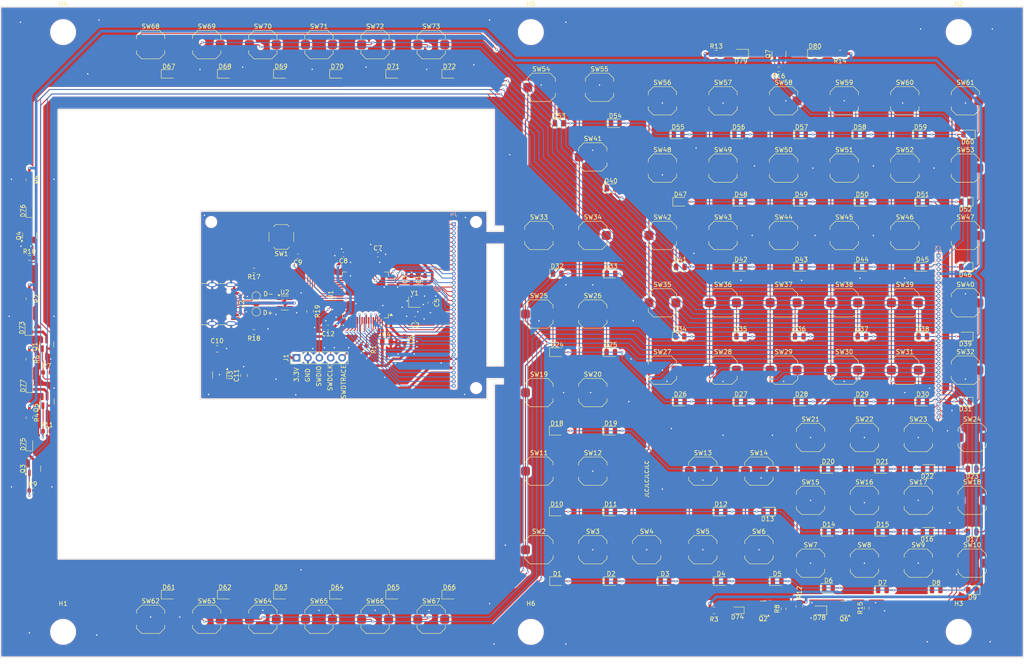
<source format=kicad_pcb>
(kicad_pcb
	(version 20240108)
	(generator "pcbnew")
	(generator_version "8.0")
	(general
		(thickness 1.6)
		(legacy_teardrops no)
	)
	(paper "A4")
	(layers
		(0 "F.Cu" signal)
		(31 "B.Cu" signal)
		(34 "B.Paste" user)
		(35 "F.Paste" user)
		(36 "B.SilkS" user "B.Silkscreen")
		(37 "F.SilkS" user "F.Silkscreen")
		(38 "B.Mask" user)
		(39 "F.Mask" user)
		(44 "Edge.Cuts" user)
		(45 "Margin" user)
		(46 "B.CrtYd" user "B.Courtyard")
		(47 "F.CrtYd" user "F.Courtyard")
		(48 "B.Fab" user)
		(49 "F.Fab" user)
	)
	(setup
		(stackup
			(layer "F.SilkS"
				(type "Top Silk Screen")
				(color "White")
			)
			(layer "F.Paste"
				(type "Top Solder Paste")
			)
			(layer "F.Mask"
				(type "Top Solder Mask")
				(color "Black")
				(thickness 0.01)
			)
			(layer "F.Cu"
				(type "copper")
				(thickness 0.035)
			)
			(layer "dielectric 1"
				(type "core")
				(thickness 1.51)
				(material "FR4")
				(epsilon_r 4.5)
				(loss_tangent 0.02)
			)
			(layer "B.Cu"
				(type "copper")
				(thickness 0.035)
			)
			(layer "B.Mask"
				(type "Bottom Solder Mask")
				(color "Black")
				(thickness 0.01)
			)
			(layer "B.Paste"
				(type "Bottom Solder Paste")
			)
			(layer "B.SilkS"
				(type "Bottom Silk Screen")
				(color "White")
			)
			(copper_finish "None")
			(dielectric_constraints yes)
		)
		(pad_to_mask_clearance 0)
		(allow_soldermask_bridges_in_footprints no)
		(aux_axis_origin 30 162)
		(grid_origin 30 162)
		(pcbplotparams
			(layerselection 0x00010fc_ffffffff)
			(plot_on_all_layers_selection 0x0000000_00000000)
			(disableapertmacros no)
			(usegerberextensions no)
			(usegerberattributes yes)
			(usegerberadvancedattributes yes)
			(creategerberjobfile yes)
			(dashed_line_dash_ratio 12.000000)
			(dashed_line_gap_ratio 3.000000)
			(svgprecision 4)
			(plotframeref no)
			(viasonmask no)
			(mode 1)
			(useauxorigin no)
			(hpglpennumber 1)
			(hpglpenspeed 20)
			(hpglpendiameter 15.000000)
			(pdf_front_fp_property_popups yes)
			(pdf_back_fp_property_popups yes)
			(dxfpolygonmode yes)
			(dxfimperialunits yes)
			(dxfusepcbnewfont yes)
			(psnegative no)
			(psa4output no)
			(plotreference yes)
			(plotvalue yes)
			(plotfptext yes)
			(plotinvisibletext no)
			(sketchpadsonfab no)
			(subtractmaskfromsilk no)
			(outputformat 1)
			(mirror no)
			(drillshape 0)
			(scaleselection 1)
			(outputdirectory "manufacturing/")
		)
	)
	(net 0 "")
	(net 1 "GND")
	(net 2 "+3V3")
	(net 3 "/HSE_IN")
	(net 4 "/HSE_OUT")
	(net 5 "/NRST")
	(net 6 "VBUS")
	(net 7 "Net-(D1-K)")
	(net 8 "Net-(D2-K)")
	(net 9 "Net-(D3-K)")
	(net 10 "Net-(D4-K)")
	(net 11 "Net-(D5-K)")
	(net 12 "Net-(D6-K)")
	(net 13 "Net-(D7-K)")
	(net 14 "Net-(D8-K)")
	(net 15 "Net-(D9-K)")
	(net 16 "Net-(D10-K)")
	(net 17 "Net-(D11-K)")
	(net 18 "Net-(D12-K)")
	(net 19 "Net-(D13-K)")
	(net 20 "Net-(D14-K)")
	(net 21 "Net-(D15-K)")
	(net 22 "Net-(D16-K)")
	(net 23 "Net-(D17-K)")
	(net 24 "Net-(D18-K)")
	(net 25 "Net-(D19-K)")
	(net 26 "Net-(D20-K)")
	(net 27 "Net-(D21-K)")
	(net 28 "Net-(D22-K)")
	(net 29 "Net-(D23-K)")
	(net 30 "Net-(D24-K)")
	(net 31 "Net-(D25-K)")
	(net 32 "Net-(D26-K)")
	(net 33 "Net-(D27-K)")
	(net 34 "Net-(D28-K)")
	(net 35 "Net-(D29-K)")
	(net 36 "Net-(D30-K)")
	(net 37 "Net-(D31-K)")
	(net 38 "Net-(D32-K)")
	(net 39 "Net-(D33-K)")
	(net 40 "Net-(D34-K)")
	(net 41 "Net-(D35-K)")
	(net 42 "Net-(D36-K)")
	(net 43 "Net-(D37-K)")
	(net 44 "Net-(D38-K)")
	(net 45 "Net-(D39-K)")
	(net 46 "Net-(D40-K)")
	(net 47 "Net-(D41-K)")
	(net 48 "Net-(D42-K)")
	(net 49 "Net-(D43-K)")
	(net 50 "Net-(D44-K)")
	(net 51 "Net-(D45-K)")
	(net 52 "Net-(D46-K)")
	(net 53 "Net-(D47-K)")
	(net 54 "Net-(D48-K)")
	(net 55 "Net-(D49-K)")
	(net 56 "Net-(D50-K)")
	(net 57 "Net-(D51-K)")
	(net 58 "Net-(D52-K)")
	(net 59 "Net-(D53-K)")
	(net 60 "Net-(D54-K)")
	(net 61 "Net-(D55-K)")
	(net 62 "Net-(D56-K)")
	(net 63 "Net-(D57-K)")
	(net 64 "Net-(D58-K)")
	(net 65 "Net-(D59-K)")
	(net 66 "Net-(D60-K)")
	(net 67 "Net-(D61-K)")
	(net 68 "Net-(D62-K)")
	(net 69 "Net-(D63-K)")
	(net 70 "Net-(D64-K)")
	(net 71 "Net-(D65-K)")
	(net 72 "Net-(D66-K)")
	(net 73 "Net-(D67-K)")
	(net 74 "Net-(D68-K)")
	(net 75 "Net-(D69-K)")
	(net 76 "Net-(D70-K)")
	(net 77 "Net-(D71-K)")
	(net 78 "Net-(D72-K)")
	(net 79 "Net-(D73-K)")
	(net 80 "Net-(D73-A)")
	(net 81 "Net-(D74-A)")
	(net 82 "Net-(D74-K)")
	(net 83 "Net-(D75-K)")
	(net 84 "Net-(D75-A)")
	(net 85 "Net-(D76-K)")
	(net 86 "Net-(D76-A)")
	(net 87 "Net-(D77-K)")
	(net 88 "Net-(D77-A)")
	(net 89 "Net-(D78-A)")
	(net 90 "Net-(D78-K)")
	(net 91 "Net-(D79-A)")
	(net 92 "Net-(D79-K)")
	(net 93 "Net-(D80-A)")
	(net 94 "/SWD_CLK")
	(net 95 "/SWD_TRACE")
	(net 96 "/SWD_IO")
	(net 97 "/USB & Power/USB_D+")
	(net 98 "unconnected-(J2-SBU1-PadA8)")
	(net 99 "Net-(J2-CC1)")
	(net 100 "/USB & Power/USB_D-")
	(net 101 "Net-(J2-CC2)")
	(net 102 "unconnected-(J2-SBU2-PadB8)")
	(net 103 "/BOOT0")
	(net 104 "/USB_PROT_D+")
	(net 105 "unconnected-(U1-PB2-Pad28)")
	(net 106 "unconnected-(U1-PB10-Pad29)")
	(net 107 "unconnected-(U1-PC5-Pad25)")
	(net 108 "unconnected-(U1-PB1-Pad27)")
	(net 109 "unconnected-(U1-PA3-Pad17)")
	(net 110 "/USB_PROT_D-")
	(net 111 "unconnected-(U1-PB11-Pad30)")
	(net 112 "unconnected-(U1-PA6-Pad22)")
	(net 113 "unconnected-(U1-PA7-Pad23)")
	(net 114 "unconnected-(U1-PC4-Pad24)")
	(net 115 "unconnected-(U1-PB0-Pad26)")
	(net 116 "unconnected-(U3-NC-Pad4)")
	(net 117 "/FM")
	(net 118 "/FAIL")
	(net 119 "/ROW9")
	(net 120 "/COL4")
	(net 121 "/ROW8")
	(net 122 "/COL1")
	(net 123 "/COL2")
	(net 124 "/COL3")
	(net 125 "/COL5")
	(net 126 "/COL6")
	(net 127 "/COL7")
	(net 128 "/COL8")
	(net 129 "/ROW2")
	(net 130 "/ROW6")
	(net 131 "/ROW5")
	(net 132 "/ROW1")
	(net 133 "/ROW4")
	(net 134 "/ROW3")
	(net 135 "/ROW7")
	(net 136 "unconnected-(J3-Pin_6-Pad6)")
	(net 137 "/MENU")
	(net 138 "/Left_Col1")
	(net 139 "/Left_Col2")
	(net 140 "/Left_Row3")
	(net 141 "/Left_Row2")
	(net 142 "/Left_Row1")
	(net 143 "/IND")
	(net 144 "/RDY")
	(net 145 "/FM1")
	(net 146 "/FM2")
	(net 147 "/Right_Row1")
	(net 148 "/Right_Col1")
	(net 149 "/Right_Col2")
	(net 150 "/Right_Row2")
	(net 151 "/Right_Row3")
	(net 152 "unconnected-(J4-Pin_32-Pad32)")
	(net 153 "/PB8_FM2")
	(net 154 "/PA15_COL7")
	(net 155 "/PC11_COL6")
	(net 156 "/PB6_Right_Col2")
	(net 157 "/PC12_MENU")
	(net 158 "/PB5_Right_Row3")
	(net 159 "/PB7_Right_Col1")
	(net 160 "/PB4_Right_Row2")
	(net 161 "/PB9_RDY")
	(net 162 "/PC10_COL8")
	(net 163 "/PD2_Right_Row1")
	(net 164 "/PC8_COL4")
	(net 165 "/PB14_ROW7")
	(net 166 "/PA10_FAIL")
	(net 167 "/PC7_COL3")
	(net 168 "/PB15_COL1")
	(net 169 "/PB13_ROW6")
	(net 170 "/PC9_ROW8")
	(net 171 "/PA9_FM")
	(net 172 "/PA8_ROW9")
	(net 173 "/PC6_COL2")
	(net 174 "/PB12_ROW5")
	(net 175 "/PC0_Left_Row3")
	(net 176 "/PC3_ROW1")
	(net 177 "/PA2_ROW4")
	(net 178 "/PC1_Left_Row2")
	(net 179 "/PA5_Left_Col2")
	(net 180 "/PC2_Left_Row1")
	(net 181 "/PA4_COL5")
	(net 182 "/PA0_ROW2")
	(net 183 "/PC14_FM1")
	(net 184 "/PC15_Left_Col1")
	(net 185 "/PC13_IND")
	(net 186 "/PA1_ROW3")
	(footprint "Diode_SMD:D_0805_2012Metric" (layer "F.Cu") (at 236.4375 134 180))
	(footprint "NiasStuff:SW_Push_1TS009xxxx-xxxx-xxxx_6x6x5mm" (layer "F.Cu") (at 191 38))
	(footprint "Diode_SMD:D_0805_2012Metric" (layer "F.Cu") (at 154 129.5))
	(footprint "NiasStuff:SW_Push_1TS009xxxx-xxxx-xxxx_6x6x5mm" (layer "F.Cu") (at 246.5 127))
	(footprint "Diode_SMD:D_0805_2012Metric" (layer "F.Cu") (at 245 90.5 180))
	(footprint "NiasStuff:SW_Push_1TS009xxxx-xxxx-xxxx_6x6x5mm" (layer "F.Cu") (at 245 68))
	(footprint "Package_TO_SOT_SMD:SOT-23-5" (layer "F.Cu") (at 78.85 99.1125 -90))
	(footprint "NiasStuff:SW_Push_1TS009xxxx-xxxx-xxxx_6x6x5mm" (layer "F.Cu") (at 101 25.5))
	(footprint "Diode_SMD:D_0805_2012Metric" (layer "F.Cu") (at 195 60.5))
	(footprint "Diode_SMD:D_0805_2012Metric" (layer "F.Cu") (at 117.5625 32))
	(footprint "NiasStuff:SW_Push_1TS009xxxx-xxxx-xxxx_6x6x5mm" (layer "F.Cu") (at 113.5 153.5))
	(footprint "Diode_SMD:D_0805_2012Metric" (layer "F.Cu") (at 235.5 60.5))
	(footprint "Diode_SMD:D_0805_2012Metric" (layer "F.Cu") (at 226.5625 134))
	(footprint "Diode_SMD:D_0805_2012Metric" (layer "F.Cu") (at 166 94))
	(footprint "NiasStuff:USB_C_Receptacle_G-Switch_GT-USB-7010ASV" (layer "F.Cu") (at 78.3 83.3 -90))
	(footprint "Diode_SMD:D_0805_2012Metric" (layer "F.Cu") (at 80.0625 148))
	(footprint "NiasStuff:SW_Push_1TS009xxxx-xxxx-xxxx_6x6x5mm" (layer "F.Cu") (at 234.5 127))
	(footprint "Diode_SMD:D_0805_2012Metric" (layer "F.Cu") (at 208 90.5))
	(footprint "NiasStuff:SW_Push_1TS009xxxx-xxxx-xxxx_6x6x5mm" (layer "F.Cu") (at 150 120.5))
	(footprint "Capacitor_SMD:C_0805_2012Metric" (layer "F.Cu") (at 116.05 91.75))
	(footprint "Diode_SMD:D_0805_2012Metric" (layer "F.Cu") (at 190.5625 129.5))
	(footprint "Diode_SMD:D_0805_2012Metric" (layer "F.Cu") (at 105.0625 32))
	(footprint "Capacitor_SMD:C_0603_1608Metric" (layer "F.Cu") (at 125.825 83 -90))
	(footprint "Diode_SMD:D_0805_2012Metric" (layer "F.Cu") (at 117.5625 148))
	(footprint "Diode_SMD:D_0805_2012Metric" (layer "F.Cu") (at 195 75))
	(footprint "Capacitor_SMD:C_0603_1608Metric" (layer "F.Cu") (at 96.3 72.625))
	(footprint "NiasStuff:SW_Push_1TS009xxxx-xxxx-xxxx_6x6x5mm" (layer "F.Cu") (at 245 53))
	(footprint "NiasStuff:SW_Push_1TS009xxxx-xxxx-xxxx_6x6x5mm"
		(locked yes)
		(layer "F.Cu")
		(uuid "24c4dd9a-311a-4a79-a9c9-b0e85878fda6")
		(at 231.5 68)
		(descr "tactile push button, 6x6mm, height=5mm, 12V 50mA, https://datasheet.lcsc.com/lcsc/1811151231_HYP--Hongyuan-Precision-1TS009A-1800-5000-CT_C319409.pdf")
		(tags "tact sw push 6mm silicone rubber")
		(property "Reference" "SW46"
			(at 0 -4.064 0)
			(layer "F.SilkS")
			(uuid "5c489523-81c2-451f-bfba-3d60d9f80ad5")
			(effects
				(font
					(size 1 1)
					(thickness 0.15)
				)
			)
		)
		(property "Value" "SW_Push"
			(at 0 3.81 0)
			(layer "F.Fab")
			(uuid "493d33b6-fe38-4dde-be10-71c97126bd64")
			(effects
				(font
					(size 1 1)
					(thickness 0.15)
				)
			)
		)
		(property "Footprint" "NiasStuff:SW_Push_1TS009xxxx-xxxx-xxxx_6x6x5mm"
			(at 0 0 0)
			(unlocked yes)
			(layer "F.Fab")
			(hide yes)
			(uuid "037725a4-8f05-468e-8c53-3e9ef73347db")
			(effects
				(font
					(size 1.27 1.27)
				)
			)
		)
		(property "Datasheet" "https://www.lcsc.com/datasheet/lcsc_datasheet_1811151231_HYP--Hongyuan-Precision-1TS009A-1800-5000-CT_C319409.pdf"
			(at 0 0 0)
			(unlocked yes)
			(layer "F.Fab")
			(hide yes)
			(uuid "186e97c8-73f5-4644-8adb-dd096f0d0318")
			(effects
				(font
					(size 1.27 1.27)
				)
			)
		)
		(property "Description" ""
			(at 0 0 0)
			(unlocked yes)
			(layer "F.Fab")
			(hide yes)
			(uuid "b31be589-a2d7-46f9-b33b-58a8c681a152")
			(effects
				(font
					(size 1.27 1.27)
				)
			)
		)
		(property "JLCPCB Part" "C319409"
			(at 0 0 0)
			(unlocked yes)
			(layer "F.Fab")
			(hide yes)
			(uuid "f81e631e-430c-496e-8ad3-d730785b4768")
			(effects
				(font
					(size 1 1)
					(thickness 0.15)
				)
			)
		)
		(property "Manufracturer" "HYP (Hongyuan Precision)"
			(at 0 0 0)
			(unlocked yes)
			(layer "F.Fab")
			(hide yes)
			(uuid "a2b4f9fd-a192-4a50-90ff-1682b81b3296")
			(effects
				(font
					(size 1 1)
					(thickness 0.15)
				)
			)
		)
		(property "Manufracturer Part Number" "1TS009A-1800-5000-CT"
			(at 0 0 0)
			(unlocked yes)
			(layer "F.Fab")
			(hide yes)
			(uuid "118ebb78-4a0b-45f7-8f90-f1f252b1abe3")
			(effects
				(font
					(size 1 1)
					(thickness 0.15)
				)
			)
		)
		(path "/3aefed4a-95d2-4785-b6ed-88d00afef564/c9000be4-2a86-4c02-9ba2-0ac8c521ee47")
		(sheetname "Buttons")
		(sheetfile "buttons.kicad_sch")
		(attr smd)
		(fp_line
			(start -3.15 -1.981)
			(end -2 -3.15)
			(stroke
				(width 0.12)
				(type default)
			)
			(layer "F.SilkS")
			(uuid "91d8d64b-3628-4c9c-95ac-2d56518533b8")
		)
		(fp_line
			(start -3.15 -1.3)
			(end -3.15 -1.981)
			(stroke
				(width 0.12)
				(type default)
			)
			(layer "F.SilkS")
			(uuid "e1ebf010-0dfc-4a23-b097-57a20fe3f631")
		)
		(fp_line
			(start -3.15 1.3)
			(end -3.15 2)
			(stroke
				(width 0.12)
				(type default)
			)
			(layer "F.SilkS")
			(uuid "91b0ee35-9ba3-476e-9134-eb7d537d7a88")
		)
		(fp_line
			(start -3.15 2)
			(end -2 3.15)
			(stroke
				(width 0.12)
				(type default)
			)
			(layer "F.SilkS")
			(uuid "d3e98a9a-07b0-4f15-a405-c8967fef61e7")
		)
		(fp_line
			(start -2 -3.15)
			(end 2 -3.15)
			(stroke
				(width 0.12)
				(type default)
			)
			(layer "F.SilkS")
			(uuid "93d9d3b6-bc2c-4da9-ac36-d5f8d3e84e34")
		)
		(fp_line
			(start -2 3.15)
			(end 2 3.15)
			(stroke
				(width 0.12)
				(type default)
			)
			(layer "F.SilkS")
			(uuid "5b7c9db6-fd30-4ac5-a7be-4a602aa87485")
		)
		(fp_line
			(start 2 -3.15)
			(end 3.15 -2)
			(stroke
				(width 0.12)
				(type default)
			)
			(layer "F.SilkS")
			(uuid "f6c9e141-6e76-4ce4-bef7-5705dd87c18f")
		)
		(fp_line
			(start 2 3.15)
			(end 3.15 2)
			(stroke
				(width 0.12)
				(type default)
			)
			(layer "F.SilkS")
			(uuid "6ecaa448-c4ba-4b07-881d-97c2641954e0")
		)
		(fp_line
			(start 3.15 -2)
			(end 3.15 -1.3)
			(stroke
				(width 0.12)
				(type default)
			)
			(layer "F.SilkS")
			(uuid "67c7ce2a-2057-4af6-bc21-b95f772a9a48")
		)
		(fp_line
			(start 3.15 2)
			(end 3.15 1.3)
			(stroke
				(width 0.12)
				(type default)
			)
			(layer "F.SilkS")
			(uuid "d544fb6c-8c7a-4332-934b-16009fe032f9")
		)
		(fp_line
			(start -4.25 -1.25)
			(end -4.25 1.25)
			(stroke
				(width 0.05)
				(type default)
			)
			(layer "F.CrtYd")
			(uuid "bb9f24b6-37cc-4375-ad3c-9dc4ba261901")
		)
		(fp_line
			(start -4.25 1.25)
			(end -3.25 1.25)
			(stroke
				(width 0.05)
				(type default)
			)
			(layer "F.CrtYd")
			(uuid "971552d2-5aa7-464c-86bb-40304c780a43")
		)
		(fp_line
			(start -3.25 -2.05)
			(end -3.25 -1.25)
			(stroke
				(width 0.05)
				(type default)
			)
			(layer "F.CrtYd")
			(uuid "8afb5e3a-c476-4392-8934-f19029b951b3")
		)
		(fp_line
			(start -3.25 -1.25)
			(end -4.25 -1.25)
			(stroke
				(width 0.05)
				(type default)
			)
			(layer "F.CrtYd")
			(uuid "ed58b9c4-9d2c-437b-b7dd-0e6b2b1f70a9")
		)
		(fp_line
			(start -3.25 1.25)
			(end -3.25 2.05)
			(stroke
				(width 0.05)
				(type default)
			)
			(layer "F.CrtYd")
			(uuid "30f324b3-613f-47ec-9623-9d6816295028")
		)
		(fp_line
			(start -3.25 2.05)
			(end -2.05 3.25)
			(stroke
				(width 0.05)
				(type default)
			)
			(layer "F.CrtYd")
			(uuid "1e85972b-8f12-48ff-8e91-52def3e6767e")
		)
		(fp_line
			(start -2.05 -3.25)
			(end -3.25 -2.05)
			(stroke
				(width 0.05)
				(type default)
			)
			(layer "F.CrtYd")
			(uuid "515f3f83-7932-43e1-8a00-bb1753ffe670")
		)
		(fp_line
			(start -2.05 3.25)
			(end 2.05 3.25)
			(stroke
				(width 0.05)
				(type default)
			)
			(layer "F.CrtYd")
			(uuid "e80deebf-623f-490f-8333-40bd224ebc4f")
		)
		(fp_line
			(start 2.05 -3.25)
			(end -2.05 -3.25)
			(stroke
				(width 0.05)
				(type default)
			)
			(layer "F.CrtYd")
			(uuid "62b0a1f4-1cd1-40f5-9a9f-0920688b15d8")
		)
		(fp_line
			(start 2.05 3.25)
			(end 3.25 2.05)
			(stroke
				(width 0.05)
				(type default)
			)
			(layer "F.CrtYd")
			(uuid "a09d60ae-7457-4875-bb1d-863535e902e8")
		)
		(fp_line
			(start 3.25 -2.05)
			(end 2.05 -3.25)
			(stroke
				(width 0.05)
				(type default)
			)
			(layer "F.CrtYd")
			(uuid "77253b47-8ddf-42c0-ab5f-675417f72b78")
		)
		(fp_line
			(start 3.25 -1.25)
			(end 3.25 -2.05)
			(stroke
				(width 0.05)
				(type default)
			)
			(layer "F.CrtYd")
			(uuid "3c3a2f89-1af5-4d51-a31e-68145588b5e3")
		)
		(fp_line
			(start 3.25 1.25)
			(end 4.25 1.25)
			(stroke
				(width 0.05)
				(type default)
			)
			(layer "F.CrtYd")
	
... [2438065 chars truncated]
</source>
